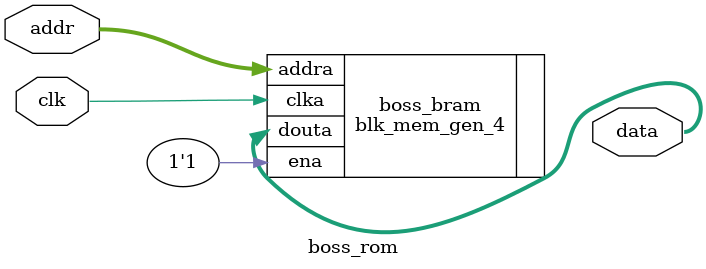
<source format=sv>

module boss_rom (
    input  logic        clk,
    input  logic [16:0] addr,     // 17-bit address for 131072 words (covers 83456 actual)
    output logic [5:0]  data      // 6-bit RGB222 pixel data
);

    // Instantiate BRAM (blk_mem_gen_4, 131072 x 6-bit, actual data: 83456 words)
    blk_mem_gen_4 boss_bram (
        .clka(clk),
        .ena(1'b1),
        .addra(addr),
        .douta(data)
    );

endmodule

</source>
